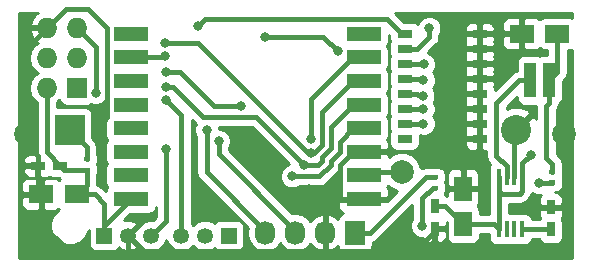
<source format=gtl>
G04 #@! TF.FileFunction,Copper,L1,Top,Signal*
%FSLAX46Y46*%
G04 Gerber Fmt 4.6, Leading zero omitted, Abs format (unit mm)*
G04 Created by KiCad (PCBNEW 4.0.4+e1-6308~48~ubuntu16.04.1-stable) date Wed Sep 14 18:31:55 2016*
%MOMM*%
%LPD*%
G01*
G04 APERTURE LIST*
%ADD10C,0.100000*%
%ADD11R,2.540000X2.540000*%
%ADD12C,2.540000*%
%ADD13R,0.600000X0.400000*%
%ADD14C,2.000000*%
%ADD15R,1.501140X2.148840*%
%ADD16R,0.750000X1.200000*%
%ADD17R,1.200000X0.750000*%
%ADD18R,1.270000X0.760000*%
%ADD19R,0.450000X1.450000*%
%ADD20R,3.000000X1.200000*%
%ADD21R,1.000000X3.000000*%
%ADD22C,1.998980*%
%ADD23R,1.727200X1.727200*%
%ADD24O,1.727200X1.727200*%
%ADD25R,1.727200X2.032000*%
%ADD26O,1.727200X2.032000*%
%ADD27R,2.148840X1.501140*%
%ADD28R,1.350000X1.350000*%
%ADD29C,1.350000*%
%ADD30C,0.800000*%
%ADD31C,0.450000*%
%ADD32C,0.254000*%
G04 APERTURE END LIST*
D10*
D11*
X103404000Y-87884000D03*
D12*
X141224000Y-87884000D03*
D13*
X104838500Y-91255000D03*
X104838500Y-90355000D03*
D14*
X145288000Y-88265000D03*
D15*
X136715500Y-95862140D03*
X136715500Y-92859860D03*
D16*
X144145000Y-96327000D03*
X144145000Y-94427000D03*
X134302500Y-94366000D03*
X134302500Y-96266000D03*
D17*
X102613500Y-90932000D03*
X100713500Y-90932000D03*
D13*
X134302500Y-92779000D03*
X134302500Y-91879000D03*
X144272000Y-92334500D03*
X144272000Y-91434500D03*
D18*
X138112500Y-79756000D03*
X131762500Y-79756000D03*
X138112500Y-81026000D03*
X131762500Y-81026000D03*
X138112500Y-82296000D03*
X131762500Y-82296000D03*
X138112500Y-83566000D03*
X131762500Y-83566000D03*
X138112500Y-84836000D03*
X131762500Y-84836000D03*
X138112500Y-86106000D03*
X131762500Y-86106000D03*
X138112500Y-87376000D03*
X131762500Y-87376000D03*
X138112500Y-88646000D03*
X131762500Y-88646000D03*
D19*
X139741000Y-96307000D03*
X140391000Y-96307000D03*
X141041000Y-96307000D03*
X141691000Y-96307000D03*
X141691000Y-91907000D03*
X141041000Y-91907000D03*
X140391000Y-91907000D03*
X139741000Y-91907000D03*
D20*
X108582000Y-79756000D03*
X108582000Y-81756000D03*
X108582000Y-83756000D03*
X108582000Y-85756000D03*
X108582000Y-87756000D03*
X108582000Y-89756000D03*
X108582000Y-91756000D03*
X108582000Y-93756000D03*
X128282000Y-93756000D03*
X128282000Y-91756000D03*
X128282000Y-89756000D03*
X128282000Y-87756000D03*
X128282000Y-85756000D03*
X128282000Y-83756000D03*
X128282000Y-81756000D03*
X128282000Y-79756000D03*
D21*
X142392500Y-83693000D03*
X143992500Y-83693000D03*
D22*
X131508500Y-91440000D03*
D14*
X99695000Y-88265000D03*
D23*
X104013000Y-84328000D03*
D24*
X101473000Y-84328000D03*
X104013000Y-81788000D03*
X101473000Y-81788000D03*
X104013000Y-79248000D03*
X101473000Y-79248000D03*
D25*
X127571500Y-96583500D03*
D26*
X125031500Y-96583500D03*
X122491500Y-96583500D03*
X119951500Y-96583500D03*
D27*
X144693640Y-79756000D03*
X141691360Y-79756000D03*
X101010720Y-93345000D03*
X104013000Y-93345000D03*
D28*
X106331000Y-96837500D03*
D29*
X108331000Y-96837500D03*
X110331000Y-96837500D03*
D28*
X116871500Y-96837500D03*
D29*
X114871500Y-96837500D03*
X112871500Y-96837500D03*
D30*
X143129000Y-92392500D03*
X123634500Y-92900500D03*
X106235500Y-87122000D03*
X118300500Y-89662000D03*
X126081964Y-81216500D03*
X119951500Y-80010000D03*
X142430500Y-89979500D03*
X105631961Y-84772500D03*
X123267437Y-90888995D03*
X111569500Y-84264500D03*
X122237500Y-91821000D03*
X117909709Y-85880372D03*
X111569500Y-82994500D03*
X123877437Y-89828216D03*
X111442500Y-80518000D03*
X114236498Y-79121000D03*
X133848800Y-79285645D03*
X133361693Y-82339051D03*
X133350004Y-83693000D03*
X133338616Y-85045776D03*
X133350426Y-86145724D03*
X133350000Y-87376000D03*
X123825734Y-88701010D03*
X111511043Y-81615874D03*
X116022990Y-88839816D03*
X114998500Y-87884000D03*
X133227496Y-96015666D03*
X111569500Y-89471500D03*
X111592205Y-85364278D03*
D31*
X143129000Y-92392500D02*
X144214000Y-92392500D01*
X144214000Y-92392500D02*
X144272000Y-92334500D01*
X104838500Y-90355000D02*
X104838500Y-89318500D01*
X104838500Y-89318500D02*
X103404000Y-87884000D01*
X134302500Y-96266000D02*
X134302500Y-96491000D01*
X134302500Y-96491000D02*
X132622500Y-98171000D01*
X132622500Y-98171000D02*
X125158500Y-98171000D01*
X125158500Y-98171000D02*
X125031500Y-98044000D01*
X125031500Y-98044000D02*
X125031500Y-96735900D01*
X108331000Y-97792094D02*
X108331000Y-98171000D01*
X108331000Y-98171000D02*
X124968000Y-98171000D01*
X124968000Y-98171000D02*
X125031500Y-98107500D01*
X125031500Y-98107500D02*
X125031500Y-96735900D01*
X101010720Y-93345000D02*
X101010720Y-95832922D01*
X101010720Y-95832922D02*
X103412298Y-98234500D01*
X103412298Y-98234500D02*
X108331000Y-98234500D01*
X108331000Y-98234500D02*
X108331000Y-97792094D01*
X141041000Y-91907000D02*
X141041000Y-88067000D01*
X141041000Y-88067000D02*
X141224000Y-87884000D01*
X144145000Y-94427000D02*
X144970000Y-94427000D01*
X144970000Y-94427000D02*
X145288000Y-94109000D01*
X145288000Y-94109000D02*
X145288000Y-88265000D01*
X106235500Y-87122000D02*
X106553000Y-86804500D01*
X106553000Y-86804500D02*
X106556999Y-86804500D01*
X106556999Y-86804500D02*
X106556999Y-79251999D01*
X106556999Y-79251999D02*
X104965500Y-77660500D01*
X104965500Y-77660500D02*
X103060500Y-77660500D01*
X103060500Y-77660500D02*
X101473000Y-79248000D01*
X126256999Y-93831001D02*
X126238000Y-93850000D01*
X126256999Y-90881001D02*
X126256999Y-93831001D01*
X127382000Y-89756000D02*
X126256999Y-90881001D01*
X128282000Y-89756000D02*
X127382000Y-89756000D01*
X125031500Y-96583500D02*
X125031500Y-94297500D01*
X121539000Y-92900500D02*
X123634500Y-92900500D01*
X118300500Y-89662000D02*
X121539000Y-92900500D01*
X125031500Y-94297500D02*
X123634500Y-92900500D01*
X99377500Y-88771000D02*
X99377500Y-81343500D01*
X99377500Y-81343500D02*
X101473000Y-79248000D01*
X100713500Y-90932000D02*
X100713500Y-90107000D01*
X100713500Y-90107000D02*
X99377500Y-88771000D01*
X141691360Y-79756000D02*
X138112500Y-79756000D01*
X126332000Y-93756000D02*
X126238000Y-93850000D01*
X126238000Y-93850000D02*
X125031500Y-95056500D01*
X138112500Y-87376000D02*
X138112500Y-88646000D01*
X138112500Y-86106000D02*
X138112500Y-87376000D01*
X138112500Y-84836000D02*
X138112500Y-86106000D01*
X138112500Y-83566000D02*
X138112500Y-84836000D01*
X138112500Y-82296000D02*
X138112500Y-83566000D01*
X138112500Y-81026000D02*
X138112500Y-82296000D01*
X138112500Y-79756000D02*
X138112500Y-81026000D01*
X108331000Y-96837500D02*
X108331000Y-97792094D01*
X125031500Y-96735900D02*
X125031500Y-96583500D01*
X128282000Y-93756000D02*
X126332000Y-93756000D01*
X125031500Y-95056500D02*
X125031500Y-96583500D01*
X100713500Y-90932000D02*
X100713500Y-93047780D01*
X100713500Y-93047780D02*
X101010720Y-93345000D01*
X119951500Y-80010000D02*
X124875464Y-80010000D01*
X124875464Y-80010000D02*
X126081964Y-81216500D01*
X106331000Y-96837500D02*
X106331000Y-96007000D01*
X106331000Y-96007000D02*
X108582000Y-93756000D01*
X134302500Y-91879000D02*
X133552500Y-91879000D01*
X133552500Y-91879000D02*
X128848000Y-96583500D01*
X128848000Y-96583500D02*
X127571500Y-96583500D01*
X101473000Y-84328000D02*
X101473000Y-89791500D01*
X101473000Y-89791500D02*
X102613500Y-90932000D01*
X104013000Y-93345000D02*
X105537420Y-93345000D01*
X105537420Y-93345000D02*
X106331000Y-94138580D01*
X106331000Y-94138580D02*
X106331000Y-96837500D01*
X104838500Y-91255000D02*
X102936500Y-91255000D01*
X102936500Y-91255000D02*
X102613500Y-90932000D01*
X104838500Y-91255000D02*
X104838500Y-92519500D01*
X104838500Y-92519500D02*
X104013000Y-93345000D01*
X144145000Y-96327000D02*
X143320000Y-96327000D01*
X143320000Y-96327000D02*
X143300000Y-96307000D01*
X143300000Y-96307000D02*
X141791001Y-96307000D01*
X134302500Y-94366000D02*
X135219360Y-94366000D01*
X135219360Y-94366000D02*
X136715500Y-95862140D01*
X136715500Y-95862140D02*
X139296140Y-95862140D01*
X139296140Y-95862140D02*
X139741000Y-96307000D01*
X139741000Y-96307000D02*
X139741000Y-93082000D01*
X141691000Y-90719000D02*
X142430500Y-89979500D01*
X141691000Y-91907000D02*
X141691000Y-90719000D01*
X139940500Y-93281500D02*
X141491500Y-93281500D01*
X141491500Y-93281500D02*
X141691000Y-93082000D01*
X141691000Y-93082000D02*
X141691000Y-91907000D01*
X139741000Y-91907000D02*
X139741000Y-93082000D01*
X139741000Y-93082000D02*
X139940500Y-93281500D01*
X105631961Y-80866961D02*
X105631961Y-84772500D01*
X104013000Y-79248000D02*
X105631961Y-80866961D01*
X144693640Y-79756000D02*
X144693640Y-82991860D01*
X144693640Y-82991860D02*
X143992500Y-83693000D01*
X143992500Y-83693000D02*
X143992500Y-85643000D01*
X143992500Y-85643000D02*
X143762999Y-85872501D01*
X143762999Y-85872501D02*
X143762999Y-90275499D01*
X143762999Y-90275499D02*
X144272000Y-90784500D01*
X144272000Y-90784500D02*
X144272000Y-91434500D01*
X124411508Y-90888995D02*
X123267437Y-90888995D01*
X124756977Y-90199444D02*
X124756977Y-90543528D01*
X125506988Y-87631012D02*
X125506988Y-89449433D01*
X125506988Y-89449433D02*
X124756977Y-90199444D01*
X124756977Y-90543528D02*
X124411508Y-90888995D01*
X127382000Y-85756000D02*
X125506988Y-87631012D01*
X128282000Y-85756000D02*
X127382000Y-85756000D01*
X119183815Y-86805373D02*
X123267437Y-90888995D01*
X111569500Y-84264500D02*
X112135185Y-84264500D01*
X112135185Y-84264500D02*
X114676058Y-86805373D01*
X114676058Y-86805373D02*
X119183815Y-86805373D01*
X124540182Y-91821000D02*
X122237500Y-91821000D01*
X125506986Y-90854196D02*
X124540182Y-91821000D01*
X125506988Y-90510107D02*
X125506986Y-90854196D01*
X126256999Y-89760096D02*
X125506988Y-90510107D01*
X126256999Y-88881001D02*
X126256999Y-89760096D01*
X128282000Y-87756000D02*
X127382000Y-87756000D01*
X127382000Y-87756000D02*
X126256999Y-88881001D01*
X115616103Y-85880372D02*
X117909709Y-85880372D01*
X111569500Y-82994500D02*
X112730231Y-82994500D01*
X112730231Y-82994500D02*
X115616103Y-85880372D01*
X128154000Y-87884000D02*
X128282000Y-87756000D01*
X124750735Y-86387265D02*
X124750735Y-89145011D01*
X128282000Y-83756000D02*
X127382000Y-83756000D01*
X124750735Y-89145011D02*
X124067530Y-89828216D01*
X127382000Y-83756000D02*
X124750735Y-86387265D01*
X124067530Y-89828216D02*
X123877437Y-89828216D01*
X111442500Y-80518000D02*
X114300000Y-80518000D01*
X123610216Y-89828216D02*
X123877437Y-89828216D01*
X114300000Y-80518000D02*
X123610216Y-89828216D01*
X114826997Y-78530501D02*
X114236498Y-79121000D01*
X131762500Y-79756000D02*
X131507500Y-79756000D01*
X131507500Y-79756000D02*
X130282001Y-78530501D01*
X130282001Y-78530501D02*
X114826997Y-78530501D01*
X131762500Y-81026000D02*
X132847500Y-81026000D01*
X133848800Y-80024700D02*
X133848800Y-79285645D01*
X132847500Y-81026000D02*
X133848800Y-80024700D01*
X133318642Y-82296000D02*
X133361693Y-82339051D01*
X131762500Y-82296000D02*
X133318642Y-82296000D01*
X133223004Y-83566000D02*
X133350004Y-83693000D01*
X131762500Y-83566000D02*
X133223004Y-83566000D01*
X133057276Y-85045776D02*
X133338616Y-85045776D01*
X131762500Y-84836000D02*
X132847500Y-84836000D01*
X132847500Y-84836000D02*
X133057276Y-85045776D01*
X133310702Y-86106000D02*
X133350426Y-86145724D01*
X131762500Y-86106000D02*
X133310702Y-86106000D01*
X131762500Y-87376000D02*
X133350000Y-87376000D01*
X123825734Y-85312266D02*
X123825734Y-88701010D01*
X127382000Y-81756000D02*
X123825734Y-85312266D01*
X128282000Y-81756000D02*
X127382000Y-81756000D01*
X108582000Y-81756000D02*
X111370917Y-81756000D01*
X111370917Y-81756000D02*
X111511043Y-81615874D01*
X139528999Y-90092753D02*
X140391000Y-90954754D01*
X141442500Y-83693000D02*
X139528999Y-85606501D01*
X142392500Y-83693000D02*
X141442500Y-83693000D01*
X139528999Y-85606501D02*
X139528999Y-90092753D01*
X140391000Y-90954754D02*
X140391000Y-91907000D01*
X131508500Y-91440000D02*
X128598000Y-91440000D01*
X128598000Y-91440000D02*
X128282000Y-91756000D01*
X116022990Y-89962590D02*
X116022990Y-88839816D01*
X122491500Y-96431100D02*
X116022990Y-89962590D01*
X122491500Y-96583500D02*
X122491500Y-96431100D01*
X114998500Y-91478100D02*
X114998500Y-87884000D01*
X119951500Y-96431100D02*
X114998500Y-91478100D01*
X119951500Y-96583500D02*
X119951500Y-96431100D01*
X133227496Y-93704329D02*
X133227496Y-96015666D01*
X134152825Y-92779000D02*
X133227496Y-93704329D01*
X134302500Y-92779000D02*
X134152825Y-92779000D01*
X110331000Y-96837500D02*
X111569500Y-95599000D01*
X111569500Y-95599000D02*
X111569500Y-89471500D01*
X112871500Y-96837500D02*
X112871500Y-86643573D01*
X112871500Y-86643573D02*
X111592205Y-85364278D01*
D32*
G36*
X100584510Y-78041179D02*
X100190312Y-78473053D01*
X100018042Y-78888974D01*
X100139183Y-79121000D01*
X101346000Y-79121000D01*
X101346000Y-79101000D01*
X101600000Y-79101000D01*
X101600000Y-79121000D01*
X101620000Y-79121000D01*
X101620000Y-79375000D01*
X101600000Y-79375000D01*
X101600000Y-79395000D01*
X101346000Y-79395000D01*
X101346000Y-79375000D01*
X100139183Y-79375000D01*
X100018042Y-79607026D01*
X100190312Y-80022947D01*
X100584510Y-80454821D01*
X100707228Y-80512336D01*
X100383971Y-80728330D01*
X100059115Y-81214511D01*
X99945041Y-81788000D01*
X100059115Y-82361489D01*
X100383971Y-82847670D01*
X100698752Y-83058000D01*
X100383971Y-83268330D01*
X100059115Y-83754511D01*
X99945041Y-84328000D01*
X100059115Y-84901489D01*
X100383971Y-85387670D01*
X100613000Y-85540702D01*
X100613000Y-89791500D01*
X100638958Y-89922000D01*
X100586498Y-89922000D01*
X100586498Y-90080748D01*
X100427750Y-89922000D01*
X99987191Y-89922000D01*
X99753802Y-90018673D01*
X99575173Y-90197301D01*
X99478500Y-90430690D01*
X99478500Y-90646250D01*
X99637250Y-90805000D01*
X100586500Y-90805000D01*
X100586500Y-90785000D01*
X100840500Y-90785000D01*
X100840500Y-90805000D01*
X100860500Y-90805000D01*
X100860500Y-91059000D01*
X100840500Y-91059000D01*
X100840500Y-91783250D01*
X100999250Y-91942000D01*
X101439809Y-91942000D01*
X101673198Y-91845327D01*
X101674568Y-91843957D01*
X101761610Y-91903431D01*
X102013500Y-91954440D01*
X102465070Y-91954440D01*
X102607392Y-92049536D01*
X102611456Y-92050344D01*
X102506571Y-92117836D01*
X102444838Y-92056103D01*
X102211449Y-91959430D01*
X101296470Y-91959430D01*
X101137720Y-92118180D01*
X101137720Y-93218000D01*
X101157720Y-93218000D01*
X101157720Y-93472000D01*
X101137720Y-93472000D01*
X101137720Y-94571820D01*
X101296470Y-94730570D01*
X102211449Y-94730570D01*
X102444838Y-94633897D01*
X102508492Y-94570243D01*
X102531766Y-94586146D01*
X102484714Y-94605588D01*
X102027195Y-95062309D01*
X101779282Y-95659349D01*
X101778718Y-96305814D01*
X102025588Y-96903286D01*
X102482309Y-97360805D01*
X103079349Y-97608718D01*
X103725814Y-97609282D01*
X104323286Y-97362412D01*
X104780805Y-96905691D01*
X105008560Y-96357197D01*
X105008560Y-97512500D01*
X105052838Y-97747817D01*
X105191910Y-97963941D01*
X105404110Y-98108931D01*
X105656000Y-98159940D01*
X107006000Y-98159940D01*
X107241317Y-98115662D01*
X107457441Y-97976590D01*
X107597669Y-97771359D01*
X107652219Y-97987828D01*
X108144100Y-98160022D01*
X108664434Y-98130875D01*
X109009781Y-97987828D01*
X109068542Y-97754647D01*
X108331000Y-97017105D01*
X108316858Y-97031248D01*
X108137253Y-96851643D01*
X108151395Y-96837500D01*
X108137253Y-96823358D01*
X108316858Y-96643753D01*
X108331000Y-96657895D01*
X109068542Y-95920353D01*
X109009781Y-95687172D01*
X108517900Y-95514978D01*
X108010843Y-95543381D01*
X108550784Y-95003440D01*
X110082000Y-95003440D01*
X110317317Y-94959162D01*
X110533441Y-94820090D01*
X110678431Y-94607890D01*
X110709500Y-94454467D01*
X110709500Y-95242777D01*
X110424695Y-95527582D01*
X110071568Y-95527274D01*
X109589914Y-95726289D01*
X109221084Y-96094476D01*
X109197974Y-96150131D01*
X108510605Y-96837500D01*
X109197326Y-97524221D01*
X109219789Y-97578586D01*
X109587976Y-97947416D01*
X110069282Y-98147272D01*
X110590432Y-98147726D01*
X111072086Y-97948711D01*
X111440916Y-97580524D01*
X111601398Y-97194040D01*
X111760289Y-97578586D01*
X112128476Y-97947416D01*
X112609782Y-98147272D01*
X113130932Y-98147726D01*
X113612586Y-97948711D01*
X113871629Y-97690120D01*
X114128476Y-97947416D01*
X114609782Y-98147272D01*
X115130932Y-98147726D01*
X115612586Y-97948711D01*
X115679577Y-97881837D01*
X115732410Y-97963941D01*
X115944610Y-98108931D01*
X116196500Y-98159940D01*
X117546500Y-98159940D01*
X117781817Y-98115662D01*
X117997941Y-97976590D01*
X118142931Y-97764390D01*
X118193940Y-97512500D01*
X118193940Y-96162500D01*
X118149662Y-95927183D01*
X118010590Y-95711059D01*
X117798390Y-95566069D01*
X117546500Y-95515060D01*
X116196500Y-95515060D01*
X115961183Y-95559338D01*
X115745059Y-95698410D01*
X115680184Y-95793358D01*
X115614524Y-95727584D01*
X115133218Y-95527728D01*
X114612068Y-95527274D01*
X114130414Y-95726289D01*
X113871371Y-95984880D01*
X113731500Y-95844764D01*
X113731500Y-87077039D01*
X114067946Y-87413485D01*
X114072054Y-87416230D01*
X113963680Y-87677223D01*
X113963321Y-88088971D01*
X114120558Y-88469515D01*
X114138500Y-88487488D01*
X114138500Y-91478100D01*
X114203964Y-91807208D01*
X114365882Y-92049536D01*
X114390388Y-92086212D01*
X118494383Y-96190207D01*
X118452900Y-96398755D01*
X118452900Y-96768245D01*
X118566974Y-97341734D01*
X118891830Y-97827915D01*
X119378011Y-98152771D01*
X119951500Y-98266845D01*
X120524989Y-98152771D01*
X121011170Y-97827915D01*
X121221500Y-97513134D01*
X121431830Y-97827915D01*
X121918011Y-98152771D01*
X122491500Y-98266845D01*
X123064989Y-98152771D01*
X123551170Y-97827915D01*
X123757961Y-97518431D01*
X124129464Y-97934232D01*
X124656709Y-98188209D01*
X124672474Y-98190858D01*
X124904500Y-98069717D01*
X124904500Y-96710500D01*
X124884500Y-96710500D01*
X124884500Y-96456500D01*
X124904500Y-96456500D01*
X124904500Y-95097283D01*
X124672474Y-94976142D01*
X124656709Y-94978791D01*
X124129464Y-95232768D01*
X123757961Y-95648569D01*
X123551170Y-95339085D01*
X123064989Y-95014229D01*
X122491500Y-94900155D01*
X122228995Y-94952371D01*
X116882990Y-89606366D01*
X116882990Y-89443752D01*
X116899909Y-89426862D01*
X117057810Y-89046593D01*
X117058169Y-88634845D01*
X116900932Y-88254301D01*
X116610036Y-87962897D01*
X116229767Y-87804996D01*
X116033569Y-87804825D01*
X116033679Y-87679029D01*
X116028036Y-87665373D01*
X118827591Y-87665373D01*
X121972742Y-90810524D01*
X121651985Y-90943058D01*
X121360581Y-91233954D01*
X121202680Y-91614223D01*
X121202321Y-92025971D01*
X121359558Y-92406515D01*
X121650454Y-92697919D01*
X122030723Y-92855820D01*
X122442471Y-92856179D01*
X122823015Y-92698942D01*
X122840988Y-92681000D01*
X124540182Y-92681000D01*
X124869290Y-92615536D01*
X125148294Y-92429112D01*
X126115098Y-91462308D01*
X126134560Y-91433181D01*
X126134560Y-92356000D01*
X126178838Y-92591317D01*
X126284482Y-92755492D01*
X126243673Y-92796301D01*
X126147000Y-93029690D01*
X126147000Y-93470250D01*
X126305750Y-93629000D01*
X128155000Y-93629000D01*
X128155000Y-93609000D01*
X128409000Y-93609000D01*
X128409000Y-93629000D01*
X130258250Y-93629000D01*
X130417000Y-93470250D01*
X130417000Y-93029690D01*
X130320327Y-92796301D01*
X130278366Y-92754340D01*
X130372912Y-92615967D01*
X130581427Y-92824846D01*
X131153065Y-93062211D01*
X130295263Y-93920013D01*
X130258250Y-93883000D01*
X128409000Y-93883000D01*
X128409000Y-93903000D01*
X128155000Y-93903000D01*
X128155000Y-93883000D01*
X126305750Y-93883000D01*
X126147000Y-94041750D01*
X126147000Y-94482310D01*
X126243673Y-94715699D01*
X126422302Y-94894327D01*
X126554233Y-94948975D01*
X126472583Y-94964338D01*
X126256459Y-95103410D01*
X126111469Y-95315610D01*
X126092268Y-95410427D01*
X125933536Y-95232768D01*
X125406291Y-94978791D01*
X125390526Y-94976142D01*
X125158500Y-95097283D01*
X125158500Y-96456500D01*
X125178500Y-96456500D01*
X125178500Y-96710500D01*
X125158500Y-96710500D01*
X125158500Y-98069717D01*
X125390526Y-98190858D01*
X125406291Y-98188209D01*
X125933536Y-97934232D01*
X126090407Y-97758655D01*
X126104738Y-97834817D01*
X126243810Y-98050941D01*
X126456010Y-98195931D01*
X126707900Y-98246940D01*
X128435100Y-98246940D01*
X128670417Y-98202662D01*
X128886541Y-98063590D01*
X129031531Y-97851390D01*
X129082540Y-97599500D01*
X129082540Y-97396847D01*
X129177108Y-97378036D01*
X129456112Y-97191612D01*
X132367496Y-94280228D01*
X132367496Y-95411730D01*
X132350577Y-95428620D01*
X132192676Y-95808889D01*
X132192317Y-96220637D01*
X132349554Y-96601181D01*
X132640450Y-96892585D01*
X133020719Y-97050486D01*
X133316705Y-97050744D01*
X133389173Y-97225698D01*
X133567801Y-97404327D01*
X133801190Y-97501000D01*
X134016750Y-97501000D01*
X134175500Y-97342250D01*
X134175500Y-96431520D01*
X134191494Y-96393000D01*
X134429500Y-96393000D01*
X134429500Y-97342250D01*
X134588250Y-97501000D01*
X134803810Y-97501000D01*
X135037199Y-97404327D01*
X135215827Y-97225698D01*
X135312500Y-96992309D01*
X135312500Y-96551750D01*
X135153750Y-96393000D01*
X134429500Y-96393000D01*
X134191494Y-96393000D01*
X134262316Y-96222443D01*
X134262406Y-96119000D01*
X134429500Y-96119000D01*
X134429500Y-96139000D01*
X135153750Y-96139000D01*
X135312500Y-95980250D01*
X135312500Y-95675364D01*
X135317490Y-95680354D01*
X135317490Y-96936560D01*
X135361768Y-97171877D01*
X135500840Y-97388001D01*
X135713040Y-97532991D01*
X135964930Y-97584000D01*
X137466070Y-97584000D01*
X137701387Y-97539722D01*
X137917511Y-97400650D01*
X138062501Y-97188450D01*
X138113510Y-96936560D01*
X138113510Y-96722140D01*
X138868560Y-96722140D01*
X138868560Y-97032000D01*
X138912838Y-97267317D01*
X139051910Y-97483441D01*
X139264110Y-97628431D01*
X139516000Y-97679440D01*
X139966000Y-97679440D01*
X140069671Y-97659933D01*
X140166000Y-97679440D01*
X140616000Y-97679440D01*
X140719671Y-97659933D01*
X140816000Y-97679440D01*
X141266000Y-97679440D01*
X141369671Y-97659933D01*
X141466000Y-97679440D01*
X141916000Y-97679440D01*
X142151317Y-97635162D01*
X142367441Y-97496090D01*
X142512431Y-97283890D01*
X142536102Y-97167000D01*
X143169851Y-97167000D01*
X143305910Y-97378441D01*
X143518110Y-97523431D01*
X143770000Y-97574440D01*
X144520000Y-97574440D01*
X144755317Y-97530162D01*
X144971441Y-97391090D01*
X145116431Y-97178890D01*
X145167440Y-96927000D01*
X145167440Y-95727000D01*
X145123162Y-95491683D01*
X145056671Y-95388354D01*
X145058327Y-95386698D01*
X145155000Y-95153309D01*
X145155000Y-94712750D01*
X144996250Y-94554000D01*
X144272000Y-94554000D01*
X144272000Y-94574000D01*
X144018000Y-94574000D01*
X144018000Y-94554000D01*
X143293750Y-94554000D01*
X143135000Y-94712750D01*
X143135000Y-95153309D01*
X143231673Y-95386698D01*
X143233043Y-95388068D01*
X143192776Y-95447000D01*
X142538038Y-95447000D01*
X142519162Y-95346683D01*
X142380090Y-95130559D01*
X142167890Y-94985569D01*
X141916000Y-94934560D01*
X141466000Y-94934560D01*
X141362329Y-94954067D01*
X141266000Y-94934560D01*
X140816000Y-94934560D01*
X140712329Y-94954067D01*
X140616000Y-94934560D01*
X140601000Y-94934560D01*
X140601000Y-94141500D01*
X141491500Y-94141500D01*
X141820608Y-94076036D01*
X142099612Y-93889612D01*
X142299112Y-93690112D01*
X142485537Y-93411107D01*
X142518412Y-93245836D01*
X142541954Y-93269419D01*
X142922223Y-93427320D01*
X143271350Y-93427624D01*
X143231673Y-93467302D01*
X143135000Y-93700691D01*
X143135000Y-94141250D01*
X143293750Y-94300000D01*
X144018000Y-94300000D01*
X144018000Y-94280000D01*
X144272000Y-94280000D01*
X144272000Y-94300000D01*
X144996250Y-94300000D01*
X145155000Y-94141250D01*
X145155000Y-93700691D01*
X145058327Y-93467302D01*
X144879699Y-93288673D01*
X144646310Y-93192000D01*
X144518152Y-93192000D01*
X144543108Y-93187036D01*
X144550735Y-93181940D01*
X144572000Y-93181940D01*
X144807317Y-93137662D01*
X145023441Y-92998590D01*
X145168431Y-92786390D01*
X145219440Y-92534500D01*
X145219440Y-92134500D01*
X145175162Y-91899183D01*
X145167658Y-91887521D01*
X145168431Y-91886390D01*
X145219440Y-91634500D01*
X145219440Y-91234500D01*
X145175162Y-90999183D01*
X145132000Y-90932107D01*
X145132000Y-90784500D01*
X145066536Y-90455392D01*
X144880112Y-90176388D01*
X144622999Y-89919275D01*
X144622999Y-86217607D01*
X144787036Y-85972108D01*
X144835864Y-85726636D01*
X144943941Y-85657090D01*
X145088931Y-85444890D01*
X145139940Y-85193000D01*
X145139940Y-83761784D01*
X145301752Y-83599972D01*
X145488177Y-83320967D01*
X145553640Y-82991860D01*
X145553640Y-81154010D01*
X145768060Y-81154010D01*
X145936500Y-81122316D01*
X145936500Y-98756000D01*
X99110000Y-98756000D01*
X99110000Y-93630750D01*
X99301300Y-93630750D01*
X99301300Y-94221880D01*
X99397973Y-94455269D01*
X99576602Y-94633897D01*
X99809991Y-94730570D01*
X100724970Y-94730570D01*
X100883720Y-94571820D01*
X100883720Y-93472000D01*
X99460050Y-93472000D01*
X99301300Y-93630750D01*
X99110000Y-93630750D01*
X99110000Y-92468120D01*
X99301300Y-92468120D01*
X99301300Y-93059250D01*
X99460050Y-93218000D01*
X100883720Y-93218000D01*
X100883720Y-92118180D01*
X100724970Y-91959430D01*
X99809991Y-91959430D01*
X99576602Y-92056103D01*
X99397973Y-92234731D01*
X99301300Y-92468120D01*
X99110000Y-92468120D01*
X99110000Y-91217750D01*
X99478500Y-91217750D01*
X99478500Y-91433310D01*
X99575173Y-91666699D01*
X99753802Y-91845327D01*
X99987191Y-91942000D01*
X100427750Y-91942000D01*
X100586500Y-91783250D01*
X100586500Y-91059000D01*
X99637250Y-91059000D01*
X99478500Y-91217750D01*
X99110000Y-91217750D01*
X99110000Y-77964500D01*
X100748117Y-77964500D01*
X100584510Y-78041179D01*
X100584510Y-78041179D01*
G37*
X100584510Y-78041179D02*
X100190312Y-78473053D01*
X100018042Y-78888974D01*
X100139183Y-79121000D01*
X101346000Y-79121000D01*
X101346000Y-79101000D01*
X101600000Y-79101000D01*
X101600000Y-79121000D01*
X101620000Y-79121000D01*
X101620000Y-79375000D01*
X101600000Y-79375000D01*
X101600000Y-79395000D01*
X101346000Y-79395000D01*
X101346000Y-79375000D01*
X100139183Y-79375000D01*
X100018042Y-79607026D01*
X100190312Y-80022947D01*
X100584510Y-80454821D01*
X100707228Y-80512336D01*
X100383971Y-80728330D01*
X100059115Y-81214511D01*
X99945041Y-81788000D01*
X100059115Y-82361489D01*
X100383971Y-82847670D01*
X100698752Y-83058000D01*
X100383971Y-83268330D01*
X100059115Y-83754511D01*
X99945041Y-84328000D01*
X100059115Y-84901489D01*
X100383971Y-85387670D01*
X100613000Y-85540702D01*
X100613000Y-89791500D01*
X100638958Y-89922000D01*
X100586498Y-89922000D01*
X100586498Y-90080748D01*
X100427750Y-89922000D01*
X99987191Y-89922000D01*
X99753802Y-90018673D01*
X99575173Y-90197301D01*
X99478500Y-90430690D01*
X99478500Y-90646250D01*
X99637250Y-90805000D01*
X100586500Y-90805000D01*
X100586500Y-90785000D01*
X100840500Y-90785000D01*
X100840500Y-90805000D01*
X100860500Y-90805000D01*
X100860500Y-91059000D01*
X100840500Y-91059000D01*
X100840500Y-91783250D01*
X100999250Y-91942000D01*
X101439809Y-91942000D01*
X101673198Y-91845327D01*
X101674568Y-91843957D01*
X101761610Y-91903431D01*
X102013500Y-91954440D01*
X102465070Y-91954440D01*
X102607392Y-92049536D01*
X102611456Y-92050344D01*
X102506571Y-92117836D01*
X102444838Y-92056103D01*
X102211449Y-91959430D01*
X101296470Y-91959430D01*
X101137720Y-92118180D01*
X101137720Y-93218000D01*
X101157720Y-93218000D01*
X101157720Y-93472000D01*
X101137720Y-93472000D01*
X101137720Y-94571820D01*
X101296470Y-94730570D01*
X102211449Y-94730570D01*
X102444838Y-94633897D01*
X102508492Y-94570243D01*
X102531766Y-94586146D01*
X102484714Y-94605588D01*
X102027195Y-95062309D01*
X101779282Y-95659349D01*
X101778718Y-96305814D01*
X102025588Y-96903286D01*
X102482309Y-97360805D01*
X103079349Y-97608718D01*
X103725814Y-97609282D01*
X104323286Y-97362412D01*
X104780805Y-96905691D01*
X105008560Y-96357197D01*
X105008560Y-97512500D01*
X105052838Y-97747817D01*
X105191910Y-97963941D01*
X105404110Y-98108931D01*
X105656000Y-98159940D01*
X107006000Y-98159940D01*
X107241317Y-98115662D01*
X107457441Y-97976590D01*
X107597669Y-97771359D01*
X107652219Y-97987828D01*
X108144100Y-98160022D01*
X108664434Y-98130875D01*
X109009781Y-97987828D01*
X109068542Y-97754647D01*
X108331000Y-97017105D01*
X108316858Y-97031248D01*
X108137253Y-96851643D01*
X108151395Y-96837500D01*
X108137253Y-96823358D01*
X108316858Y-96643753D01*
X108331000Y-96657895D01*
X109068542Y-95920353D01*
X109009781Y-95687172D01*
X108517900Y-95514978D01*
X108010843Y-95543381D01*
X108550784Y-95003440D01*
X110082000Y-95003440D01*
X110317317Y-94959162D01*
X110533441Y-94820090D01*
X110678431Y-94607890D01*
X110709500Y-94454467D01*
X110709500Y-95242777D01*
X110424695Y-95527582D01*
X110071568Y-95527274D01*
X109589914Y-95726289D01*
X109221084Y-96094476D01*
X109197974Y-96150131D01*
X108510605Y-96837500D01*
X109197326Y-97524221D01*
X109219789Y-97578586D01*
X109587976Y-97947416D01*
X110069282Y-98147272D01*
X110590432Y-98147726D01*
X111072086Y-97948711D01*
X111440916Y-97580524D01*
X111601398Y-97194040D01*
X111760289Y-97578586D01*
X112128476Y-97947416D01*
X112609782Y-98147272D01*
X113130932Y-98147726D01*
X113612586Y-97948711D01*
X113871629Y-97690120D01*
X114128476Y-97947416D01*
X114609782Y-98147272D01*
X115130932Y-98147726D01*
X115612586Y-97948711D01*
X115679577Y-97881837D01*
X115732410Y-97963941D01*
X115944610Y-98108931D01*
X116196500Y-98159940D01*
X117546500Y-98159940D01*
X117781817Y-98115662D01*
X117997941Y-97976590D01*
X118142931Y-97764390D01*
X118193940Y-97512500D01*
X118193940Y-96162500D01*
X118149662Y-95927183D01*
X118010590Y-95711059D01*
X117798390Y-95566069D01*
X117546500Y-95515060D01*
X116196500Y-95515060D01*
X115961183Y-95559338D01*
X115745059Y-95698410D01*
X115680184Y-95793358D01*
X115614524Y-95727584D01*
X115133218Y-95527728D01*
X114612068Y-95527274D01*
X114130414Y-95726289D01*
X113871371Y-95984880D01*
X113731500Y-95844764D01*
X113731500Y-87077039D01*
X114067946Y-87413485D01*
X114072054Y-87416230D01*
X113963680Y-87677223D01*
X113963321Y-88088971D01*
X114120558Y-88469515D01*
X114138500Y-88487488D01*
X114138500Y-91478100D01*
X114203964Y-91807208D01*
X114365882Y-92049536D01*
X114390388Y-92086212D01*
X118494383Y-96190207D01*
X118452900Y-96398755D01*
X118452900Y-96768245D01*
X118566974Y-97341734D01*
X118891830Y-97827915D01*
X119378011Y-98152771D01*
X119951500Y-98266845D01*
X120524989Y-98152771D01*
X121011170Y-97827915D01*
X121221500Y-97513134D01*
X121431830Y-97827915D01*
X121918011Y-98152771D01*
X122491500Y-98266845D01*
X123064989Y-98152771D01*
X123551170Y-97827915D01*
X123757961Y-97518431D01*
X124129464Y-97934232D01*
X124656709Y-98188209D01*
X124672474Y-98190858D01*
X124904500Y-98069717D01*
X124904500Y-96710500D01*
X124884500Y-96710500D01*
X124884500Y-96456500D01*
X124904500Y-96456500D01*
X124904500Y-95097283D01*
X124672474Y-94976142D01*
X124656709Y-94978791D01*
X124129464Y-95232768D01*
X123757961Y-95648569D01*
X123551170Y-95339085D01*
X123064989Y-95014229D01*
X122491500Y-94900155D01*
X122228995Y-94952371D01*
X116882990Y-89606366D01*
X116882990Y-89443752D01*
X116899909Y-89426862D01*
X117057810Y-89046593D01*
X117058169Y-88634845D01*
X116900932Y-88254301D01*
X116610036Y-87962897D01*
X116229767Y-87804996D01*
X116033569Y-87804825D01*
X116033679Y-87679029D01*
X116028036Y-87665373D01*
X118827591Y-87665373D01*
X121972742Y-90810524D01*
X121651985Y-90943058D01*
X121360581Y-91233954D01*
X121202680Y-91614223D01*
X121202321Y-92025971D01*
X121359558Y-92406515D01*
X121650454Y-92697919D01*
X122030723Y-92855820D01*
X122442471Y-92856179D01*
X122823015Y-92698942D01*
X122840988Y-92681000D01*
X124540182Y-92681000D01*
X124869290Y-92615536D01*
X125148294Y-92429112D01*
X126115098Y-91462308D01*
X126134560Y-91433181D01*
X126134560Y-92356000D01*
X126178838Y-92591317D01*
X126284482Y-92755492D01*
X126243673Y-92796301D01*
X126147000Y-93029690D01*
X126147000Y-93470250D01*
X126305750Y-93629000D01*
X128155000Y-93629000D01*
X128155000Y-93609000D01*
X128409000Y-93609000D01*
X128409000Y-93629000D01*
X130258250Y-93629000D01*
X130417000Y-93470250D01*
X130417000Y-93029690D01*
X130320327Y-92796301D01*
X130278366Y-92754340D01*
X130372912Y-92615967D01*
X130581427Y-92824846D01*
X131153065Y-93062211D01*
X130295263Y-93920013D01*
X130258250Y-93883000D01*
X128409000Y-93883000D01*
X128409000Y-93903000D01*
X128155000Y-93903000D01*
X128155000Y-93883000D01*
X126305750Y-93883000D01*
X126147000Y-94041750D01*
X126147000Y-94482310D01*
X126243673Y-94715699D01*
X126422302Y-94894327D01*
X126554233Y-94948975D01*
X126472583Y-94964338D01*
X126256459Y-95103410D01*
X126111469Y-95315610D01*
X126092268Y-95410427D01*
X125933536Y-95232768D01*
X125406291Y-94978791D01*
X125390526Y-94976142D01*
X125158500Y-95097283D01*
X125158500Y-96456500D01*
X125178500Y-96456500D01*
X125178500Y-96710500D01*
X125158500Y-96710500D01*
X125158500Y-98069717D01*
X125390526Y-98190858D01*
X125406291Y-98188209D01*
X125933536Y-97934232D01*
X126090407Y-97758655D01*
X126104738Y-97834817D01*
X126243810Y-98050941D01*
X126456010Y-98195931D01*
X126707900Y-98246940D01*
X128435100Y-98246940D01*
X128670417Y-98202662D01*
X128886541Y-98063590D01*
X129031531Y-97851390D01*
X129082540Y-97599500D01*
X129082540Y-97396847D01*
X129177108Y-97378036D01*
X129456112Y-97191612D01*
X132367496Y-94280228D01*
X132367496Y-95411730D01*
X132350577Y-95428620D01*
X132192676Y-95808889D01*
X132192317Y-96220637D01*
X132349554Y-96601181D01*
X132640450Y-96892585D01*
X133020719Y-97050486D01*
X133316705Y-97050744D01*
X133389173Y-97225698D01*
X133567801Y-97404327D01*
X133801190Y-97501000D01*
X134016750Y-97501000D01*
X134175500Y-97342250D01*
X134175500Y-96431520D01*
X134191494Y-96393000D01*
X134429500Y-96393000D01*
X134429500Y-97342250D01*
X134588250Y-97501000D01*
X134803810Y-97501000D01*
X135037199Y-97404327D01*
X135215827Y-97225698D01*
X135312500Y-96992309D01*
X135312500Y-96551750D01*
X135153750Y-96393000D01*
X134429500Y-96393000D01*
X134191494Y-96393000D01*
X134262316Y-96222443D01*
X134262406Y-96119000D01*
X134429500Y-96119000D01*
X134429500Y-96139000D01*
X135153750Y-96139000D01*
X135312500Y-95980250D01*
X135312500Y-95675364D01*
X135317490Y-95680354D01*
X135317490Y-96936560D01*
X135361768Y-97171877D01*
X135500840Y-97388001D01*
X135713040Y-97532991D01*
X135964930Y-97584000D01*
X137466070Y-97584000D01*
X137701387Y-97539722D01*
X137917511Y-97400650D01*
X138062501Y-97188450D01*
X138113510Y-96936560D01*
X138113510Y-96722140D01*
X138868560Y-96722140D01*
X138868560Y-97032000D01*
X138912838Y-97267317D01*
X139051910Y-97483441D01*
X139264110Y-97628431D01*
X139516000Y-97679440D01*
X139966000Y-97679440D01*
X140069671Y-97659933D01*
X140166000Y-97679440D01*
X140616000Y-97679440D01*
X140719671Y-97659933D01*
X140816000Y-97679440D01*
X141266000Y-97679440D01*
X141369671Y-97659933D01*
X141466000Y-97679440D01*
X141916000Y-97679440D01*
X142151317Y-97635162D01*
X142367441Y-97496090D01*
X142512431Y-97283890D01*
X142536102Y-97167000D01*
X143169851Y-97167000D01*
X143305910Y-97378441D01*
X143518110Y-97523431D01*
X143770000Y-97574440D01*
X144520000Y-97574440D01*
X144755317Y-97530162D01*
X144971441Y-97391090D01*
X145116431Y-97178890D01*
X145167440Y-96927000D01*
X145167440Y-95727000D01*
X145123162Y-95491683D01*
X145056671Y-95388354D01*
X145058327Y-95386698D01*
X145155000Y-95153309D01*
X145155000Y-94712750D01*
X144996250Y-94554000D01*
X144272000Y-94554000D01*
X144272000Y-94574000D01*
X144018000Y-94574000D01*
X144018000Y-94554000D01*
X143293750Y-94554000D01*
X143135000Y-94712750D01*
X143135000Y-95153309D01*
X143231673Y-95386698D01*
X143233043Y-95388068D01*
X143192776Y-95447000D01*
X142538038Y-95447000D01*
X142519162Y-95346683D01*
X142380090Y-95130559D01*
X142167890Y-94985569D01*
X141916000Y-94934560D01*
X141466000Y-94934560D01*
X141362329Y-94954067D01*
X141266000Y-94934560D01*
X140816000Y-94934560D01*
X140712329Y-94954067D01*
X140616000Y-94934560D01*
X140601000Y-94934560D01*
X140601000Y-94141500D01*
X141491500Y-94141500D01*
X141820608Y-94076036D01*
X142099612Y-93889612D01*
X142299112Y-93690112D01*
X142485537Y-93411107D01*
X142518412Y-93245836D01*
X142541954Y-93269419D01*
X142922223Y-93427320D01*
X143271350Y-93427624D01*
X143231673Y-93467302D01*
X143135000Y-93700691D01*
X143135000Y-94141250D01*
X143293750Y-94300000D01*
X144018000Y-94300000D01*
X144018000Y-94280000D01*
X144272000Y-94280000D01*
X144272000Y-94300000D01*
X144996250Y-94300000D01*
X145155000Y-94141250D01*
X145155000Y-93700691D01*
X145058327Y-93467302D01*
X144879699Y-93288673D01*
X144646310Y-93192000D01*
X144518152Y-93192000D01*
X144543108Y-93187036D01*
X144550735Y-93181940D01*
X144572000Y-93181940D01*
X144807317Y-93137662D01*
X145023441Y-92998590D01*
X145168431Y-92786390D01*
X145219440Y-92534500D01*
X145219440Y-92134500D01*
X145175162Y-91899183D01*
X145167658Y-91887521D01*
X145168431Y-91886390D01*
X145219440Y-91634500D01*
X145219440Y-91234500D01*
X145175162Y-90999183D01*
X145132000Y-90932107D01*
X145132000Y-90784500D01*
X145066536Y-90455392D01*
X144880112Y-90176388D01*
X144622999Y-89919275D01*
X144622999Y-86217607D01*
X144787036Y-85972108D01*
X144835864Y-85726636D01*
X144943941Y-85657090D01*
X145088931Y-85444890D01*
X145139940Y-85193000D01*
X145139940Y-83761784D01*
X145301752Y-83599972D01*
X145488177Y-83320967D01*
X145553640Y-82991860D01*
X145553640Y-81154010D01*
X145768060Y-81154010D01*
X145936500Y-81122316D01*
X145936500Y-98756000D01*
X99110000Y-98756000D01*
X99110000Y-93630750D01*
X99301300Y-93630750D01*
X99301300Y-94221880D01*
X99397973Y-94455269D01*
X99576602Y-94633897D01*
X99809991Y-94730570D01*
X100724970Y-94730570D01*
X100883720Y-94571820D01*
X100883720Y-93472000D01*
X99460050Y-93472000D01*
X99301300Y-93630750D01*
X99110000Y-93630750D01*
X99110000Y-92468120D01*
X99301300Y-92468120D01*
X99301300Y-93059250D01*
X99460050Y-93218000D01*
X100883720Y-93218000D01*
X100883720Y-92118180D01*
X100724970Y-91959430D01*
X99809991Y-91959430D01*
X99576602Y-92056103D01*
X99397973Y-92234731D01*
X99301300Y-92468120D01*
X99110000Y-92468120D01*
X99110000Y-91217750D01*
X99478500Y-91217750D01*
X99478500Y-91433310D01*
X99575173Y-91666699D01*
X99753802Y-91845327D01*
X99987191Y-91942000D01*
X100427750Y-91942000D01*
X100586500Y-91783250D01*
X100586500Y-91059000D01*
X99637250Y-91059000D01*
X99478500Y-91217750D01*
X99110000Y-91217750D01*
X99110000Y-77964500D01*
X100748117Y-77964500D01*
X100584510Y-78041179D01*
G36*
X145936500Y-78392100D02*
X145768060Y-78357990D01*
X143619220Y-78357990D01*
X143383903Y-78402268D01*
X143187211Y-78528836D01*
X143125478Y-78467103D01*
X142892089Y-78370430D01*
X141977110Y-78370430D01*
X141818360Y-78529180D01*
X141818360Y-79629000D01*
X141838360Y-79629000D01*
X141838360Y-79883000D01*
X141818360Y-79883000D01*
X141818360Y-80982820D01*
X141977110Y-81141570D01*
X142892089Y-81141570D01*
X143125478Y-81044897D01*
X143189132Y-80981243D01*
X143367330Y-81103001D01*
X143619220Y-81154010D01*
X143833640Y-81154010D01*
X143833640Y-81545560D01*
X143492500Y-81545560D01*
X143257183Y-81589838D01*
X143194022Y-81630481D01*
X143144390Y-81596569D01*
X142892500Y-81545560D01*
X141892500Y-81545560D01*
X141657183Y-81589838D01*
X141441059Y-81728910D01*
X141296069Y-81941110D01*
X141245060Y-82193000D01*
X141245060Y-82872273D01*
X141113392Y-82898464D01*
X140872098Y-83059691D01*
X140834388Y-83084888D01*
X139382500Y-84536776D01*
X139382500Y-84329691D01*
X139329194Y-84201000D01*
X139382500Y-84072309D01*
X139382500Y-83851750D01*
X139223750Y-83693000D01*
X138239500Y-83693000D01*
X138239500Y-84709000D01*
X138259500Y-84709000D01*
X138259500Y-84963000D01*
X138239500Y-84963000D01*
X138239500Y-85979000D01*
X138259500Y-85979000D01*
X138259500Y-86233000D01*
X138239500Y-86233000D01*
X138239500Y-87249000D01*
X138259500Y-87249000D01*
X138259500Y-87503000D01*
X138239500Y-87503000D01*
X138239500Y-88519000D01*
X138259500Y-88519000D01*
X138259500Y-88773000D01*
X138239500Y-88773000D01*
X138239500Y-89502250D01*
X138398250Y-89661000D01*
X138668999Y-89661000D01*
X138668999Y-90092753D01*
X138734463Y-90421861D01*
X138908428Y-90682218D01*
X138920887Y-90700865D01*
X139013159Y-90793137D01*
X138919569Y-90930110D01*
X138868560Y-91182000D01*
X138868560Y-92632000D01*
X138881000Y-92698113D01*
X138881000Y-95002140D01*
X138113510Y-95002140D01*
X138113510Y-94787720D01*
X138069232Y-94552403D01*
X137942664Y-94355711D01*
X138004397Y-94293978D01*
X138101070Y-94060589D01*
X138101070Y-93145610D01*
X137942320Y-92986860D01*
X136842500Y-92986860D01*
X136842500Y-93006860D01*
X136588500Y-93006860D01*
X136588500Y-92986860D01*
X135488680Y-92986860D01*
X135329930Y-93145610D01*
X135329930Y-93527994D01*
X135271446Y-93516361D01*
X135141674Y-93314689D01*
X135198931Y-93230890D01*
X135249940Y-92979000D01*
X135249940Y-92579000D01*
X135205662Y-92343683D01*
X135198158Y-92332021D01*
X135198931Y-92330890D01*
X135249940Y-92079000D01*
X135249940Y-91679000D01*
X135246202Y-91659131D01*
X135329930Y-91659131D01*
X135329930Y-92574110D01*
X135488680Y-92732860D01*
X136588500Y-92732860D01*
X136588500Y-91309190D01*
X136842500Y-91309190D01*
X136842500Y-92732860D01*
X137942320Y-92732860D01*
X138101070Y-92574110D01*
X138101070Y-91659131D01*
X138004397Y-91425742D01*
X137825769Y-91247113D01*
X137592380Y-91150440D01*
X137001250Y-91150440D01*
X136842500Y-91309190D01*
X136588500Y-91309190D01*
X136429750Y-91150440D01*
X135838620Y-91150440D01*
X135605231Y-91247113D01*
X135426603Y-91425742D01*
X135329930Y-91659131D01*
X135246202Y-91659131D01*
X135205662Y-91443683D01*
X135066590Y-91227559D01*
X134854390Y-91082569D01*
X134602500Y-91031560D01*
X134365643Y-91031560D01*
X134302500Y-91019000D01*
X133552500Y-91019000D01*
X133223393Y-91084463D01*
X133143255Y-91138009D01*
X133143274Y-91116306D01*
X132894962Y-90515345D01*
X132435573Y-90055154D01*
X131835047Y-89805794D01*
X131184806Y-89805226D01*
X130583845Y-90053538D01*
X130417000Y-90220092D01*
X130417000Y-90041750D01*
X130258250Y-89883000D01*
X128409000Y-89883000D01*
X128409000Y-89903000D01*
X128155000Y-89903000D01*
X128155000Y-89883000D01*
X128135000Y-89883000D01*
X128135000Y-89629000D01*
X128155000Y-89629000D01*
X128155000Y-89609000D01*
X128409000Y-89609000D01*
X128409000Y-89629000D01*
X130258250Y-89629000D01*
X130417000Y-89470250D01*
X130417000Y-89029690D01*
X130320327Y-88796301D01*
X130278366Y-88754340D01*
X130378431Y-88607890D01*
X130429440Y-88356000D01*
X130429440Y-87156000D01*
X130385162Y-86920683D01*
X130278241Y-86754523D01*
X130378431Y-86607890D01*
X130429440Y-86356000D01*
X130429440Y-85156000D01*
X130385162Y-84920683D01*
X130278241Y-84754523D01*
X130378431Y-84607890D01*
X130429440Y-84356000D01*
X130429440Y-83156000D01*
X130385162Y-82920683D01*
X130278241Y-82754523D01*
X130378431Y-82607890D01*
X130429440Y-82356000D01*
X130429440Y-81156000D01*
X130385162Y-80920683D01*
X130278241Y-80754523D01*
X130378431Y-80607890D01*
X130429440Y-80356000D01*
X130429440Y-79894164D01*
X130480060Y-79944784D01*
X130480060Y-80136000D01*
X130524338Y-80371317D01*
X130535156Y-80388129D01*
X130531069Y-80394110D01*
X130480060Y-80646000D01*
X130480060Y-81406000D01*
X130524338Y-81641317D01*
X130535156Y-81658129D01*
X130531069Y-81664110D01*
X130480060Y-81916000D01*
X130480060Y-82676000D01*
X130524338Y-82911317D01*
X130535156Y-82928129D01*
X130531069Y-82934110D01*
X130480060Y-83186000D01*
X130480060Y-83946000D01*
X130524338Y-84181317D01*
X130535156Y-84198129D01*
X130531069Y-84204110D01*
X130480060Y-84456000D01*
X130480060Y-85216000D01*
X130524338Y-85451317D01*
X130535156Y-85468129D01*
X130531069Y-85474110D01*
X130480060Y-85726000D01*
X130480060Y-86486000D01*
X130524338Y-86721317D01*
X130535156Y-86738129D01*
X130531069Y-86744110D01*
X130480060Y-86996000D01*
X130480060Y-87756000D01*
X130524338Y-87991317D01*
X130535156Y-88008129D01*
X130531069Y-88014110D01*
X130480060Y-88266000D01*
X130480060Y-89026000D01*
X130524338Y-89261317D01*
X130663410Y-89477441D01*
X130875610Y-89622431D01*
X131127500Y-89673440D01*
X132397500Y-89673440D01*
X132632817Y-89629162D01*
X132848941Y-89490090D01*
X132993931Y-89277890D01*
X133044940Y-89026000D01*
X133044940Y-88931750D01*
X136842500Y-88931750D01*
X136842500Y-89152309D01*
X136939173Y-89385698D01*
X137117801Y-89564327D01*
X137351190Y-89661000D01*
X137826750Y-89661000D01*
X137985500Y-89502250D01*
X137985500Y-88773000D01*
X137001250Y-88773000D01*
X136842500Y-88931750D01*
X133044940Y-88931750D01*
X133044940Y-88370009D01*
X133143223Y-88410820D01*
X133554971Y-88411179D01*
X133935515Y-88253942D01*
X134226919Y-87963046D01*
X134352027Y-87661750D01*
X136842500Y-87661750D01*
X136842500Y-87882309D01*
X136895806Y-88011000D01*
X136842500Y-88139691D01*
X136842500Y-88360250D01*
X137001250Y-88519000D01*
X137985500Y-88519000D01*
X137985500Y-87503000D01*
X137001250Y-87503000D01*
X136842500Y-87661750D01*
X134352027Y-87661750D01*
X134384820Y-87582777D01*
X134385179Y-87171029D01*
X134227942Y-86790485D01*
X134198787Y-86761279D01*
X134227345Y-86732770D01*
X134368948Y-86391750D01*
X136842500Y-86391750D01*
X136842500Y-86612309D01*
X136895806Y-86741000D01*
X136842500Y-86869691D01*
X136842500Y-87090250D01*
X137001250Y-87249000D01*
X137985500Y-87249000D01*
X137985500Y-86233000D01*
X137001250Y-86233000D01*
X136842500Y-86391750D01*
X134368948Y-86391750D01*
X134385246Y-86352501D01*
X134385605Y-85940753D01*
X134237006Y-85581114D01*
X134373436Y-85252553D01*
X134373550Y-85121750D01*
X136842500Y-85121750D01*
X136842500Y-85342309D01*
X136895806Y-85471000D01*
X136842500Y-85599691D01*
X136842500Y-85820250D01*
X137001250Y-85979000D01*
X137985500Y-85979000D01*
X137985500Y-84963000D01*
X137001250Y-84963000D01*
X136842500Y-85121750D01*
X134373550Y-85121750D01*
X134373795Y-84840805D01*
X134216558Y-84460261D01*
X134131624Y-84375179D01*
X134226923Y-84280046D01*
X134384824Y-83899777D01*
X134384865Y-83851750D01*
X136842500Y-83851750D01*
X136842500Y-84072309D01*
X136895806Y-84201000D01*
X136842500Y-84329691D01*
X136842500Y-84550250D01*
X137001250Y-84709000D01*
X137985500Y-84709000D01*
X137985500Y-83693000D01*
X137001250Y-83693000D01*
X136842500Y-83851750D01*
X134384865Y-83851750D01*
X134385183Y-83488029D01*
X134227946Y-83107485D01*
X134142576Y-83021966D01*
X134238612Y-82926097D01*
X134381596Y-82581750D01*
X136842500Y-82581750D01*
X136842500Y-82802309D01*
X136895806Y-82931000D01*
X136842500Y-83059691D01*
X136842500Y-83280250D01*
X137001250Y-83439000D01*
X137985500Y-83439000D01*
X137985500Y-82423000D01*
X138239500Y-82423000D01*
X138239500Y-83439000D01*
X139223750Y-83439000D01*
X139382500Y-83280250D01*
X139382500Y-83059691D01*
X139329194Y-82931000D01*
X139382500Y-82802309D01*
X139382500Y-82581750D01*
X139223750Y-82423000D01*
X138239500Y-82423000D01*
X137985500Y-82423000D01*
X137001250Y-82423000D01*
X136842500Y-82581750D01*
X134381596Y-82581750D01*
X134396513Y-82545828D01*
X134396872Y-82134080D01*
X134239635Y-81753536D01*
X133948739Y-81462132D01*
X133721818Y-81367906D01*
X133777974Y-81311750D01*
X136842500Y-81311750D01*
X136842500Y-81532309D01*
X136895806Y-81661000D01*
X136842500Y-81789691D01*
X136842500Y-82010250D01*
X137001250Y-82169000D01*
X137985500Y-82169000D01*
X137985500Y-81153000D01*
X138239500Y-81153000D01*
X138239500Y-82169000D01*
X139223750Y-82169000D01*
X139382500Y-82010250D01*
X139382500Y-81789691D01*
X139329194Y-81661000D01*
X139382500Y-81532309D01*
X139382500Y-81311750D01*
X139223750Y-81153000D01*
X138239500Y-81153000D01*
X137985500Y-81153000D01*
X137001250Y-81153000D01*
X136842500Y-81311750D01*
X133777974Y-81311750D01*
X134456912Y-80632812D01*
X134470651Y-80612250D01*
X134643336Y-80353808D01*
X134705408Y-80041750D01*
X136842500Y-80041750D01*
X136842500Y-80262309D01*
X136895806Y-80391000D01*
X136842500Y-80519691D01*
X136842500Y-80740250D01*
X137001250Y-80899000D01*
X137985500Y-80899000D01*
X137985500Y-79883000D01*
X138239500Y-79883000D01*
X138239500Y-80899000D01*
X139223750Y-80899000D01*
X139382500Y-80740250D01*
X139382500Y-80519691D01*
X139329194Y-80391000D01*
X139382500Y-80262309D01*
X139382500Y-80041750D01*
X139981940Y-80041750D01*
X139981940Y-80632880D01*
X140078613Y-80866269D01*
X140257242Y-81044897D01*
X140490631Y-81141570D01*
X141405610Y-81141570D01*
X141564360Y-80982820D01*
X141564360Y-79883000D01*
X140140690Y-79883000D01*
X139981940Y-80041750D01*
X139382500Y-80041750D01*
X139223750Y-79883000D01*
X138239500Y-79883000D01*
X137985500Y-79883000D01*
X137001250Y-79883000D01*
X136842500Y-80041750D01*
X134705408Y-80041750D01*
X134708800Y-80024700D01*
X134708800Y-79889581D01*
X134725719Y-79872691D01*
X134883620Y-79492422D01*
X134883831Y-79249691D01*
X136842500Y-79249691D01*
X136842500Y-79470250D01*
X137001250Y-79629000D01*
X137985500Y-79629000D01*
X137985500Y-78899750D01*
X138239500Y-78899750D01*
X138239500Y-79629000D01*
X139223750Y-79629000D01*
X139382500Y-79470250D01*
X139382500Y-79249691D01*
X139285827Y-79016302D01*
X139148646Y-78879120D01*
X139981940Y-78879120D01*
X139981940Y-79470250D01*
X140140690Y-79629000D01*
X141564360Y-79629000D01*
X141564360Y-78529180D01*
X141405610Y-78370430D01*
X140490631Y-78370430D01*
X140257242Y-78467103D01*
X140078613Y-78645731D01*
X139981940Y-78879120D01*
X139148646Y-78879120D01*
X139107199Y-78837673D01*
X138873810Y-78741000D01*
X138398250Y-78741000D01*
X138239500Y-78899750D01*
X137985500Y-78899750D01*
X137826750Y-78741000D01*
X137351190Y-78741000D01*
X137117801Y-78837673D01*
X136939173Y-79016302D01*
X136842500Y-79249691D01*
X134883831Y-79249691D01*
X134883979Y-79080674D01*
X134726742Y-78700130D01*
X134435846Y-78408726D01*
X134055577Y-78250825D01*
X133643829Y-78250466D01*
X133263285Y-78407703D01*
X132971881Y-78698599D01*
X132871597Y-78940110D01*
X132861590Y-78924559D01*
X132649390Y-78779569D01*
X132397500Y-78728560D01*
X131696284Y-78728560D01*
X130932224Y-77964500D01*
X145936500Y-77964500D01*
X145936500Y-78392100D01*
X145936500Y-78392100D01*
G37*
X145936500Y-78392100D02*
X145768060Y-78357990D01*
X143619220Y-78357990D01*
X143383903Y-78402268D01*
X143187211Y-78528836D01*
X143125478Y-78467103D01*
X142892089Y-78370430D01*
X141977110Y-78370430D01*
X141818360Y-78529180D01*
X141818360Y-79629000D01*
X141838360Y-79629000D01*
X141838360Y-79883000D01*
X141818360Y-79883000D01*
X141818360Y-80982820D01*
X141977110Y-81141570D01*
X142892089Y-81141570D01*
X143125478Y-81044897D01*
X143189132Y-80981243D01*
X143367330Y-81103001D01*
X143619220Y-81154010D01*
X143833640Y-81154010D01*
X143833640Y-81545560D01*
X143492500Y-81545560D01*
X143257183Y-81589838D01*
X143194022Y-81630481D01*
X143144390Y-81596569D01*
X142892500Y-81545560D01*
X141892500Y-81545560D01*
X141657183Y-81589838D01*
X141441059Y-81728910D01*
X141296069Y-81941110D01*
X141245060Y-82193000D01*
X141245060Y-82872273D01*
X141113392Y-82898464D01*
X140872098Y-83059691D01*
X140834388Y-83084888D01*
X139382500Y-84536776D01*
X139382500Y-84329691D01*
X139329194Y-84201000D01*
X139382500Y-84072309D01*
X139382500Y-83851750D01*
X139223750Y-83693000D01*
X138239500Y-83693000D01*
X138239500Y-84709000D01*
X138259500Y-84709000D01*
X138259500Y-84963000D01*
X138239500Y-84963000D01*
X138239500Y-85979000D01*
X138259500Y-85979000D01*
X138259500Y-86233000D01*
X138239500Y-86233000D01*
X138239500Y-87249000D01*
X138259500Y-87249000D01*
X138259500Y-87503000D01*
X138239500Y-87503000D01*
X138239500Y-88519000D01*
X138259500Y-88519000D01*
X138259500Y-88773000D01*
X138239500Y-88773000D01*
X138239500Y-89502250D01*
X138398250Y-89661000D01*
X138668999Y-89661000D01*
X138668999Y-90092753D01*
X138734463Y-90421861D01*
X138908428Y-90682218D01*
X138920887Y-90700865D01*
X139013159Y-90793137D01*
X138919569Y-90930110D01*
X138868560Y-91182000D01*
X138868560Y-92632000D01*
X138881000Y-92698113D01*
X138881000Y-95002140D01*
X138113510Y-95002140D01*
X138113510Y-94787720D01*
X138069232Y-94552403D01*
X137942664Y-94355711D01*
X138004397Y-94293978D01*
X138101070Y-94060589D01*
X138101070Y-93145610D01*
X137942320Y-92986860D01*
X136842500Y-92986860D01*
X136842500Y-93006860D01*
X136588500Y-93006860D01*
X136588500Y-92986860D01*
X135488680Y-92986860D01*
X135329930Y-93145610D01*
X135329930Y-93527994D01*
X135271446Y-93516361D01*
X135141674Y-93314689D01*
X135198931Y-93230890D01*
X135249940Y-92979000D01*
X135249940Y-92579000D01*
X135205662Y-92343683D01*
X135198158Y-92332021D01*
X135198931Y-92330890D01*
X135249940Y-92079000D01*
X135249940Y-91679000D01*
X135246202Y-91659131D01*
X135329930Y-91659131D01*
X135329930Y-92574110D01*
X135488680Y-92732860D01*
X136588500Y-92732860D01*
X136588500Y-91309190D01*
X136842500Y-91309190D01*
X136842500Y-92732860D01*
X137942320Y-92732860D01*
X138101070Y-92574110D01*
X138101070Y-91659131D01*
X138004397Y-91425742D01*
X137825769Y-91247113D01*
X137592380Y-91150440D01*
X137001250Y-91150440D01*
X136842500Y-91309190D01*
X136588500Y-91309190D01*
X136429750Y-91150440D01*
X135838620Y-91150440D01*
X135605231Y-91247113D01*
X135426603Y-91425742D01*
X135329930Y-91659131D01*
X135246202Y-91659131D01*
X135205662Y-91443683D01*
X135066590Y-91227559D01*
X134854390Y-91082569D01*
X134602500Y-91031560D01*
X134365643Y-91031560D01*
X134302500Y-91019000D01*
X133552500Y-91019000D01*
X133223393Y-91084463D01*
X133143255Y-91138009D01*
X133143274Y-91116306D01*
X132894962Y-90515345D01*
X132435573Y-90055154D01*
X131835047Y-89805794D01*
X131184806Y-89805226D01*
X130583845Y-90053538D01*
X130417000Y-90220092D01*
X130417000Y-90041750D01*
X130258250Y-89883000D01*
X128409000Y-89883000D01*
X128409000Y-89903000D01*
X128155000Y-89903000D01*
X128155000Y-89883000D01*
X128135000Y-89883000D01*
X128135000Y-89629000D01*
X128155000Y-89629000D01*
X128155000Y-89609000D01*
X128409000Y-89609000D01*
X128409000Y-89629000D01*
X130258250Y-89629000D01*
X130417000Y-89470250D01*
X130417000Y-89029690D01*
X130320327Y-88796301D01*
X130278366Y-88754340D01*
X130378431Y-88607890D01*
X130429440Y-88356000D01*
X130429440Y-87156000D01*
X130385162Y-86920683D01*
X130278241Y-86754523D01*
X130378431Y-86607890D01*
X130429440Y-86356000D01*
X130429440Y-85156000D01*
X130385162Y-84920683D01*
X130278241Y-84754523D01*
X130378431Y-84607890D01*
X130429440Y-84356000D01*
X130429440Y-83156000D01*
X130385162Y-82920683D01*
X130278241Y-82754523D01*
X130378431Y-82607890D01*
X130429440Y-82356000D01*
X130429440Y-81156000D01*
X130385162Y-80920683D01*
X130278241Y-80754523D01*
X130378431Y-80607890D01*
X130429440Y-80356000D01*
X130429440Y-79894164D01*
X130480060Y-79944784D01*
X130480060Y-80136000D01*
X130524338Y-80371317D01*
X130535156Y-80388129D01*
X130531069Y-80394110D01*
X130480060Y-80646000D01*
X130480060Y-81406000D01*
X130524338Y-81641317D01*
X130535156Y-81658129D01*
X130531069Y-81664110D01*
X130480060Y-81916000D01*
X130480060Y-82676000D01*
X130524338Y-82911317D01*
X130535156Y-82928129D01*
X130531069Y-82934110D01*
X130480060Y-83186000D01*
X130480060Y-83946000D01*
X130524338Y-84181317D01*
X130535156Y-84198129D01*
X130531069Y-84204110D01*
X130480060Y-84456000D01*
X130480060Y-85216000D01*
X130524338Y-85451317D01*
X130535156Y-85468129D01*
X130531069Y-85474110D01*
X130480060Y-85726000D01*
X130480060Y-86486000D01*
X130524338Y-86721317D01*
X130535156Y-86738129D01*
X130531069Y-86744110D01*
X130480060Y-86996000D01*
X130480060Y-87756000D01*
X130524338Y-87991317D01*
X130535156Y-88008129D01*
X130531069Y-88014110D01*
X130480060Y-88266000D01*
X130480060Y-89026000D01*
X130524338Y-89261317D01*
X130663410Y-89477441D01*
X130875610Y-89622431D01*
X131127500Y-89673440D01*
X132397500Y-89673440D01*
X132632817Y-89629162D01*
X132848941Y-89490090D01*
X132993931Y-89277890D01*
X133044940Y-89026000D01*
X133044940Y-88931750D01*
X136842500Y-88931750D01*
X136842500Y-89152309D01*
X136939173Y-89385698D01*
X137117801Y-89564327D01*
X137351190Y-89661000D01*
X137826750Y-89661000D01*
X137985500Y-89502250D01*
X137985500Y-88773000D01*
X137001250Y-88773000D01*
X136842500Y-88931750D01*
X133044940Y-88931750D01*
X133044940Y-88370009D01*
X133143223Y-88410820D01*
X133554971Y-88411179D01*
X133935515Y-88253942D01*
X134226919Y-87963046D01*
X134352027Y-87661750D01*
X136842500Y-87661750D01*
X136842500Y-87882309D01*
X136895806Y-88011000D01*
X136842500Y-88139691D01*
X136842500Y-88360250D01*
X137001250Y-88519000D01*
X137985500Y-88519000D01*
X137985500Y-87503000D01*
X137001250Y-87503000D01*
X136842500Y-87661750D01*
X134352027Y-87661750D01*
X134384820Y-87582777D01*
X134385179Y-87171029D01*
X134227942Y-86790485D01*
X134198787Y-86761279D01*
X134227345Y-86732770D01*
X134368948Y-86391750D01*
X136842500Y-86391750D01*
X136842500Y-86612309D01*
X136895806Y-86741000D01*
X136842500Y-86869691D01*
X136842500Y-87090250D01*
X137001250Y-87249000D01*
X137985500Y-87249000D01*
X137985500Y-86233000D01*
X137001250Y-86233000D01*
X136842500Y-86391750D01*
X134368948Y-86391750D01*
X134385246Y-86352501D01*
X134385605Y-85940753D01*
X134237006Y-85581114D01*
X134373436Y-85252553D01*
X134373550Y-85121750D01*
X136842500Y-85121750D01*
X136842500Y-85342309D01*
X136895806Y-85471000D01*
X136842500Y-85599691D01*
X136842500Y-85820250D01*
X137001250Y-85979000D01*
X137985500Y-85979000D01*
X137985500Y-84963000D01*
X137001250Y-84963000D01*
X136842500Y-85121750D01*
X134373550Y-85121750D01*
X134373795Y-84840805D01*
X134216558Y-84460261D01*
X134131624Y-84375179D01*
X134226923Y-84280046D01*
X134384824Y-83899777D01*
X134384865Y-83851750D01*
X136842500Y-83851750D01*
X136842500Y-84072309D01*
X136895806Y-84201000D01*
X136842500Y-84329691D01*
X136842500Y-84550250D01*
X137001250Y-84709000D01*
X137985500Y-84709000D01*
X137985500Y-83693000D01*
X137001250Y-83693000D01*
X136842500Y-83851750D01*
X134384865Y-83851750D01*
X134385183Y-83488029D01*
X134227946Y-83107485D01*
X134142576Y-83021966D01*
X134238612Y-82926097D01*
X134381596Y-82581750D01*
X136842500Y-82581750D01*
X136842500Y-82802309D01*
X136895806Y-82931000D01*
X136842500Y-83059691D01*
X136842500Y-83280250D01*
X137001250Y-83439000D01*
X137985500Y-83439000D01*
X137985500Y-82423000D01*
X138239500Y-82423000D01*
X138239500Y-83439000D01*
X139223750Y-83439000D01*
X139382500Y-83280250D01*
X139382500Y-83059691D01*
X139329194Y-82931000D01*
X139382500Y-82802309D01*
X139382500Y-82581750D01*
X139223750Y-82423000D01*
X138239500Y-82423000D01*
X137985500Y-82423000D01*
X137001250Y-82423000D01*
X136842500Y-82581750D01*
X134381596Y-82581750D01*
X134396513Y-82545828D01*
X134396872Y-82134080D01*
X134239635Y-81753536D01*
X133948739Y-81462132D01*
X133721818Y-81367906D01*
X133777974Y-81311750D01*
X136842500Y-81311750D01*
X136842500Y-81532309D01*
X136895806Y-81661000D01*
X136842500Y-81789691D01*
X136842500Y-82010250D01*
X137001250Y-82169000D01*
X137985500Y-82169000D01*
X137985500Y-81153000D01*
X138239500Y-81153000D01*
X138239500Y-82169000D01*
X139223750Y-82169000D01*
X139382500Y-82010250D01*
X139382500Y-81789691D01*
X139329194Y-81661000D01*
X139382500Y-81532309D01*
X139382500Y-81311750D01*
X139223750Y-81153000D01*
X138239500Y-81153000D01*
X137985500Y-81153000D01*
X137001250Y-81153000D01*
X136842500Y-81311750D01*
X133777974Y-81311750D01*
X134456912Y-80632812D01*
X134470651Y-80612250D01*
X134643336Y-80353808D01*
X134705408Y-80041750D01*
X136842500Y-80041750D01*
X136842500Y-80262309D01*
X136895806Y-80391000D01*
X136842500Y-80519691D01*
X136842500Y-80740250D01*
X137001250Y-80899000D01*
X137985500Y-80899000D01*
X137985500Y-79883000D01*
X138239500Y-79883000D01*
X138239500Y-80899000D01*
X139223750Y-80899000D01*
X139382500Y-80740250D01*
X139382500Y-80519691D01*
X139329194Y-80391000D01*
X139382500Y-80262309D01*
X139382500Y-80041750D01*
X139981940Y-80041750D01*
X139981940Y-80632880D01*
X140078613Y-80866269D01*
X140257242Y-81044897D01*
X140490631Y-81141570D01*
X141405610Y-81141570D01*
X141564360Y-80982820D01*
X141564360Y-79883000D01*
X140140690Y-79883000D01*
X139981940Y-80041750D01*
X139382500Y-80041750D01*
X139223750Y-79883000D01*
X138239500Y-79883000D01*
X137985500Y-79883000D01*
X137001250Y-79883000D01*
X136842500Y-80041750D01*
X134705408Y-80041750D01*
X134708800Y-80024700D01*
X134708800Y-79889581D01*
X134725719Y-79872691D01*
X134883620Y-79492422D01*
X134883831Y-79249691D01*
X136842500Y-79249691D01*
X136842500Y-79470250D01*
X137001250Y-79629000D01*
X137985500Y-79629000D01*
X137985500Y-78899750D01*
X138239500Y-78899750D01*
X138239500Y-79629000D01*
X139223750Y-79629000D01*
X139382500Y-79470250D01*
X139382500Y-79249691D01*
X139285827Y-79016302D01*
X139148646Y-78879120D01*
X139981940Y-78879120D01*
X139981940Y-79470250D01*
X140140690Y-79629000D01*
X141564360Y-79629000D01*
X141564360Y-78529180D01*
X141405610Y-78370430D01*
X140490631Y-78370430D01*
X140257242Y-78467103D01*
X140078613Y-78645731D01*
X139981940Y-78879120D01*
X139148646Y-78879120D01*
X139107199Y-78837673D01*
X138873810Y-78741000D01*
X138398250Y-78741000D01*
X138239500Y-78899750D01*
X137985500Y-78899750D01*
X137826750Y-78741000D01*
X137351190Y-78741000D01*
X137117801Y-78837673D01*
X136939173Y-79016302D01*
X136842500Y-79249691D01*
X134883831Y-79249691D01*
X134883979Y-79080674D01*
X134726742Y-78700130D01*
X134435846Y-78408726D01*
X134055577Y-78250825D01*
X133643829Y-78250466D01*
X133263285Y-78407703D01*
X132971881Y-78698599D01*
X132871597Y-78940110D01*
X132861590Y-78924559D01*
X132649390Y-78779569D01*
X132397500Y-78728560D01*
X131696284Y-78728560D01*
X130932224Y-77964500D01*
X145936500Y-77964500D01*
X145936500Y-78392100D01*
G36*
X102546238Y-85426917D02*
X102685310Y-85643041D01*
X102897510Y-85788031D01*
X103149400Y-85839040D01*
X104876600Y-85839040D01*
X105111917Y-85794762D01*
X105222921Y-85723333D01*
X105425184Y-85807320D01*
X105836932Y-85807679D01*
X106217476Y-85650442D01*
X106434560Y-85433736D01*
X106434560Y-86356000D01*
X106478838Y-86591317D01*
X106585759Y-86757477D01*
X106485569Y-86904110D01*
X106434560Y-87156000D01*
X106434560Y-88356000D01*
X106478838Y-88591317D01*
X106585759Y-88757477D01*
X106485569Y-88904110D01*
X106434560Y-89156000D01*
X106434560Y-90356000D01*
X106478838Y-90591317D01*
X106585759Y-90757477D01*
X106485569Y-90904110D01*
X106434560Y-91156000D01*
X106434560Y-92356000D01*
X106478838Y-92591317D01*
X106585759Y-92757477D01*
X106485569Y-92904110D01*
X106456466Y-93047822D01*
X106145532Y-92736888D01*
X106092624Y-92701536D01*
X105866528Y-92550464D01*
X105721146Y-92521546D01*
X105698500Y-92401193D01*
X105698500Y-91760209D01*
X105734931Y-91706890D01*
X105785940Y-91455000D01*
X105785940Y-91055000D01*
X105741662Y-90819683D01*
X105734158Y-90808021D01*
X105734931Y-90806890D01*
X105785940Y-90555000D01*
X105785940Y-90155000D01*
X105741662Y-89919683D01*
X105698500Y-89852607D01*
X105698500Y-89318500D01*
X105633036Y-88989392D01*
X105446612Y-88710388D01*
X105321440Y-88585216D01*
X105321440Y-86614000D01*
X105277162Y-86378683D01*
X105138090Y-86162559D01*
X104925890Y-86017569D01*
X104674000Y-85966560D01*
X102333000Y-85966560D01*
X102333000Y-85540702D01*
X102541442Y-85401426D01*
X102546238Y-85426917D01*
X102546238Y-85426917D01*
G37*
X102546238Y-85426917D02*
X102685310Y-85643041D01*
X102897510Y-85788031D01*
X103149400Y-85839040D01*
X104876600Y-85839040D01*
X105111917Y-85794762D01*
X105222921Y-85723333D01*
X105425184Y-85807320D01*
X105836932Y-85807679D01*
X106217476Y-85650442D01*
X106434560Y-85433736D01*
X106434560Y-86356000D01*
X106478838Y-86591317D01*
X106585759Y-86757477D01*
X106485569Y-86904110D01*
X106434560Y-87156000D01*
X106434560Y-88356000D01*
X106478838Y-88591317D01*
X106585759Y-88757477D01*
X106485569Y-88904110D01*
X106434560Y-89156000D01*
X106434560Y-90356000D01*
X106478838Y-90591317D01*
X106585759Y-90757477D01*
X106485569Y-90904110D01*
X106434560Y-91156000D01*
X106434560Y-92356000D01*
X106478838Y-92591317D01*
X106585759Y-92757477D01*
X106485569Y-92904110D01*
X106456466Y-93047822D01*
X106145532Y-92736888D01*
X106092624Y-92701536D01*
X105866528Y-92550464D01*
X105721146Y-92521546D01*
X105698500Y-92401193D01*
X105698500Y-91760209D01*
X105734931Y-91706890D01*
X105785940Y-91455000D01*
X105785940Y-91055000D01*
X105741662Y-90819683D01*
X105734158Y-90808021D01*
X105734931Y-90806890D01*
X105785940Y-90555000D01*
X105785940Y-90155000D01*
X105741662Y-89919683D01*
X105698500Y-89852607D01*
X105698500Y-89318500D01*
X105633036Y-88989392D01*
X105446612Y-88710388D01*
X105321440Y-88585216D01*
X105321440Y-86614000D01*
X105277162Y-86378683D01*
X105138090Y-86162559D01*
X104925890Y-86017569D01*
X104674000Y-85966560D01*
X102333000Y-85966560D01*
X102333000Y-85540702D01*
X102541442Y-85401426D01*
X102546238Y-85426917D01*
G36*
X141245060Y-85193000D02*
X141289338Y-85428317D01*
X141428410Y-85644441D01*
X141640610Y-85789431D01*
X141892500Y-85840440D01*
X142892500Y-85840440D01*
X142910033Y-85837141D01*
X142902999Y-85872501D01*
X142902999Y-86935257D01*
X142866657Y-86847520D01*
X142571777Y-86715828D01*
X141403605Y-87884000D01*
X141417748Y-87898143D01*
X141238143Y-88077748D01*
X141224000Y-88063605D01*
X141209858Y-88077748D01*
X141030253Y-87898143D01*
X141044395Y-87884000D01*
X141030253Y-87869858D01*
X141209858Y-87690253D01*
X141224000Y-87704395D01*
X142392172Y-86536223D01*
X142260480Y-86241343D01*
X141552964Y-85969739D01*
X140795368Y-85989564D01*
X140388999Y-86157888D01*
X140388999Y-85962725D01*
X141245060Y-85106664D01*
X141245060Y-85193000D01*
X141245060Y-85193000D01*
G37*
X141245060Y-85193000D02*
X141289338Y-85428317D01*
X141428410Y-85644441D01*
X141640610Y-85789431D01*
X141892500Y-85840440D01*
X142892500Y-85840440D01*
X142910033Y-85837141D01*
X142902999Y-85872501D01*
X142902999Y-86935257D01*
X142866657Y-86847520D01*
X142571777Y-86715828D01*
X141403605Y-87884000D01*
X141417748Y-87898143D01*
X141238143Y-88077748D01*
X141224000Y-88063605D01*
X141209858Y-88077748D01*
X141030253Y-87898143D01*
X141044395Y-87884000D01*
X141030253Y-87869858D01*
X141209858Y-87690253D01*
X141224000Y-87704395D01*
X142392172Y-86536223D01*
X142260480Y-86241343D01*
X141552964Y-85969739D01*
X140795368Y-85989564D01*
X140388999Y-86157888D01*
X140388999Y-85962725D01*
X141245060Y-85106664D01*
X141245060Y-85193000D01*
M02*

</source>
